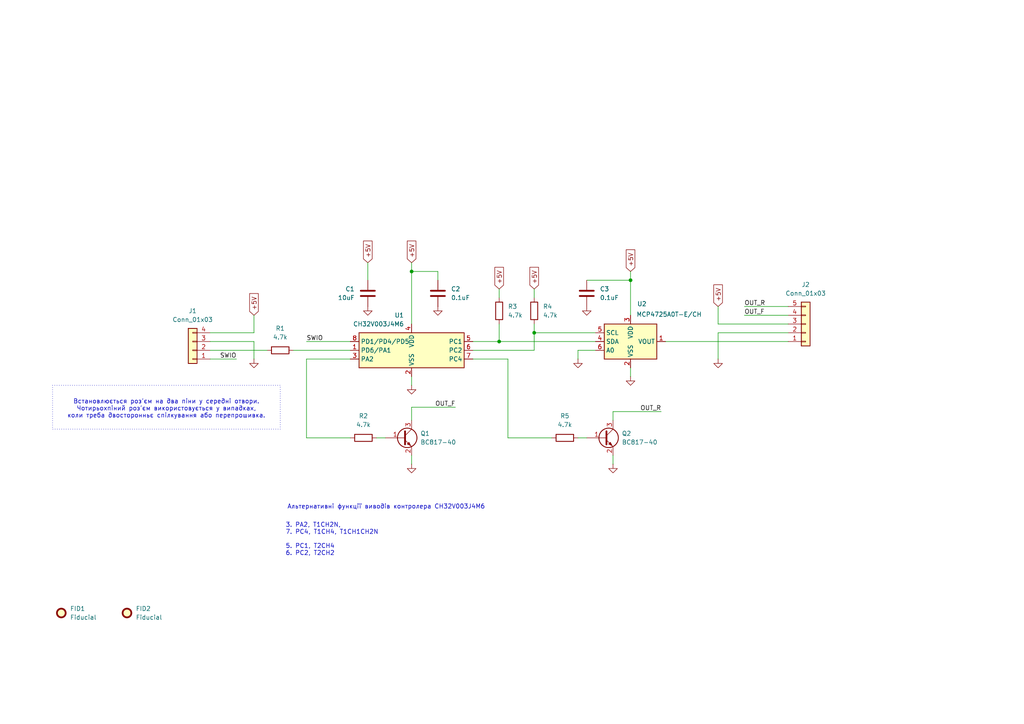
<source format=kicad_sch>
(kicad_sch (version 20231120) (generator "eeschema") (generator_version "8.0")
  (paper "A4")
  (lib_symbols
    (symbol "Analog_DAC:MCP4725xxx-xCH"
      (property "Reference" "U" (at -6.35 6.35 0))
      (property "Value" "MCP4725xxx-xCH" (at 8.89 6.35 0))
      (symbol "MCP4725xxx-xCH_0_1"
        (rectangle (start -7.62 5.08) (end 7.62 -5.08) (stroke (width 0.254)) (fill (type background)))
      )
      (symbol "MCP4725xxx-xCH_1_1"
        (pin output line (at 10.16 0 180) (length 2.54) (name "VOUT") (number "1"))
        (pin power_in line (at 0 -7.62 90) (length 2.54) (name "VSS") (number "2"))
        (pin power_in line (at 0 7.62 270) (length 2.54) (name "VDD") (number "3"))
        (pin bidirectional line (at -10.16 0 0) (length 2.54) (name "SDA") (number "4"))
        (pin input line (at -10.16 2.54 0) (length 2.54) (name "SCL") (number "5"))
        (pin input line (at -10.16 -2.54 0) (length 2.54) (name "A0") (number "6"))
      )
    )
    (symbol "Connector_Generic:Conn_01x04" (pin_names (offset 1.016) hide)
      (property "Reference" "J" (at 0 5.08 0))
      (property "Value" "Conn_01x04" (at 0 -7.62 0))
      (symbol "Conn_01x04_1_1"
        (rectangle (start -1.27 -4.953) (end 0 -5.207) (stroke (width 0.1524)))
        (rectangle (start -1.27 -2.413) (end 0 -2.667) (stroke (width 0.1524)))
        (rectangle (start -1.27 0.127) (end 0 -0.127) (stroke (width 0.1524)))
        (rectangle (start -1.27 2.667) (end 0 2.413) (stroke (width 0.1524)))
        (rectangle (start -1.27 3.81) (end 1.27 -6.35) (stroke (width 0.254)) (fill (type background)))
        (pin passive line (at -5.08 2.54 0) (length 3.81) (name "Pin_1") (number "1"))
        (pin passive line (at -5.08 0 0) (length 3.81) (name "Pin_2") (number "2"))
        (pin passive line (at -5.08 -2.54 0) (length 3.81) (name "Pin_3") (number "3"))
        (pin passive line (at -5.08 -5.08 0) (length 3.81) (name "Pin_4") (number "4"))
      )
    )
    (symbol "Connector_Generic:Conn_01x05" (pin_names (offset 1.016) hide)
      (property "Reference" "J" (at 0 7.62 0))
      (property "Value" "Conn_01x05" (at 0 -7.62 0))
      (symbol "Conn_01x05_1_1"
        (rectangle (start -1.27 -4.953) (end 0 -5.207) (stroke (width 0.1524)))
        (rectangle (start -1.27 -2.413) (end 0 -2.667) (stroke (width 0.1524)))
        (rectangle (start -1.27 0.127) (end 0 -0.127) (stroke (width 0.1524)))
        (rectangle (start -1.27 2.667) (end 0 2.413) (stroke (width 0.1524)))
        (rectangle (start -1.27 5.207) (end 0 4.953) (stroke (width 0.1524)))
        (rectangle (start -1.27 6.35) (end 1.27 -6.35) (stroke (width 0.254)) (fill (type background)))
        (pin passive line (at -5.08 5.08 0) (length 3.81) (name "Pin_1") (number "1"))
        (pin passive line (at -5.08 2.54 0) (length 3.81) (name "Pin_2") (number "2"))
        (pin passive line (at -5.08 0 0) (length 3.81) (name "Pin_3") (number "3"))
        (pin passive line (at -5.08 -2.54 0) (length 3.81) (name "Pin_4") (number "4"))
        (pin passive line (at -5.08 -5.08 0) (length 3.81) (name "Pin_5") (number "5"))
      )
    )
    (symbol "Device:C" (pin_numbers hide) (pin_names (offset 0.254))
      (property "Reference" "C" (at 0.635 2.54 0))
      (property "Value" "C" (at 0.635 -2.54 0))
      (symbol "C_0_1"
        (polyline (pts (xy -2.032 -0.762) (xy 2.032 -0.762)) (stroke (width 0.508)))
        (polyline (pts (xy -2.032 0.762) (xy 2.032 0.762)) (stroke (width 0.508)))
      )
      (symbol "C_1_1"
        (pin passive line (at 0 3.81 270) (length 2.794) (name "~") (number "1"))
        (pin passive line (at 0 -3.81 90) (length 2.794) (name "~") (number "2"))
      )
    )
    (symbol "Device:Q_NPN_BEC" (pin_names (offset 0) hide)
      (property "Reference" "Q" (at 5.08 1.27 0))
      (property "Value" "Q_NPN_BEC" (at 5.08 -1.27 0))
      (symbol "Q_NPN_BEC_0_1"
        (polyline (pts (xy 0.635 0.635) (xy 2.54 2.54)))
        (polyline (pts (xy 0.635 -0.635) (xy 2.54 -2.54) (xy 2.54 -2.54)))
        (polyline (pts (xy 0.635 1.905) (xy 0.635 -1.905) (xy 0.635 -1.905)) (stroke (width 0.508)))
        (polyline (pts (xy 1.27 -1.778) (xy 1.778 -1.27) (xy 2.286 -2.286) (xy 1.27 -1.778) (xy 1.27 -1.778)) (fill (type outline)))
        (circle (center 1.27 0) (radius 2.8194) (stroke (width 0.254)))
      )
      (symbol "Q_NPN_BEC_1_1"
        (pin input line (at -5.08 0 0) (length 5.715) (name "B") (number "1"))
        (pin passive line (at 2.54 -5.08 90) (length 2.54) (name "E") (number "2"))
        (pin passive line (at 2.54 5.08 270) (length 2.54) (name "C") (number "3"))
      )
    )
    (symbol "Device:R" (pin_numbers hide) (pin_names (offset 0))
      (property "Reference" "R" (at 2.032 0 90))
      (property "Value" "R" (at 0 0 90))
      (symbol "R_0_1"
        (rectangle (start -1.016 -2.54) (end 1.016 2.54) (stroke (width 0.254)))
      )
      (symbol "R_1_1"
        (pin passive line (at 0 3.81 270) (length 1.27) (name "~") (number "1"))
        (pin passive line (at 0 -3.81 90) (length 1.27) (name "~") (number "2"))
      )
    )
    (symbol "MCU_WCH_CH32V0:CH32V003JxMx"
      (property "Reference" "U" (at -15.24 7.62 0))
      (property "Value" "CH32V003JxMx" (at 15.24 7.62 0))
      (symbol "CH32V003JxMx_1_1"
        (rectangle (start -15.24 5.08) (end 15.24 -5.08) (stroke (width 0.254)) (fill (type background)))
        (pin bidirectional line (at 17.78 0 180) (length 2.54) (name "PD6/PA1") (number "1"))
        (pin power_in line (at 0 -7.62 90) (length 2.54) (name "VSS") (number "2"))
        (pin bidirectional line (at 17.78 -2.54 180) (length 2.54) (name "PA2") (number "3"))
        (pin power_in line (at 0 7.62 270) (length 2.54) (name "VDD") (number "4"))
        (pin bidirectional line (at -17.78 2.54 0) (length 2.54) (name "PC1") (number "5"))
        (pin bidirectional line (at -17.78 0 0) (length 2.54) (name "PC2") (number "6"))
        (pin bidirectional line (at -17.78 -2.54 0) (length 2.54) (name "PC4") (number "7"))
        (pin bidirectional line (at 17.78 2.54 180) (length 2.54) (name "PD1/PD4/PD5") (number "8"))
      )
    )
    (symbol "Mechanical:Fiducial" (exclude_from_sim yes) (in_bom no)
      (property "Reference" "FID" (at 0 5.08 0))
      (property "Value" "Fiducial" (at 0 3.175 0))
      (symbol "Fiducial_0_1"
        (circle (center 0 0) (radius 1.27) (stroke (width 0.508)) (fill (type background)))
      )
    )
    (symbol "power:GND" (power) (pin_numbers hide) (pin_names (offset 0) hide)
      (property "Value" "GND" (at 0 -3.81 0))
      (symbol "GND_0_1"
        (polyline (pts (xy 0 0) (xy 0 -1.27) (xy 1.27 -1.27) (xy 0 -2.54) (xy -1.27 -1.27) (xy 0 -1.27)))
      )
      (symbol "GND_1_1"
        (pin power_in line (at 0 0 270) (length 0) (name "~") (number "1"))
      )
    )
  )
  (junction (at 119.38 78.74))
  (junction (at 144.78 99.06))
  (junction (at 182.88 81.28))
  (junction (at 154.94 96.52))
  (wire (pts (xy 170.18 81.28) (xy 182.88 81.28)))
  (wire (pts (xy 147.32 104.14) (xy 147.32 127)))
  (wire (pts (xy 208.28 88.9) (xy 208.28 93.98)))
  (wire (pts (xy 127 78.74) (xy 119.38 78.74)))
  (wire (pts (xy 137.16 101.6) (xy 154.94 101.6)))
  (wire (pts (xy 73.66 91.44) (xy 73.66 96.52)))
  (wire (pts (xy 144.78 83.82) (xy 144.78 86.36)))
  (wire (pts (xy 119.38 121.92) (xy 119.38 118.11)))
  (wire (pts (xy 208.28 96.52) (xy 208.28 104.14)))
  (wire (pts (xy 193.04 99.06) (xy 228.6 99.06)))
  (wire (pts (xy 208.28 96.52) (xy 228.6 96.52)))
  (wire (pts (xy 154.94 101.6) (xy 154.94 96.52)))
  (wire (pts (xy 88.9 99.06) (xy 101.6 99.06)))
  (wire (pts (xy 119.38 76.2) (xy 119.38 78.74)))
  (wire (pts (xy 154.94 83.82) (xy 154.94 86.36)))
  (wire (pts (xy 177.8 119.38) (xy 191.77 119.38)))
  (wire (pts (xy 137.16 99.06) (xy 144.78 99.06)))
  (wire (pts (xy 182.88 78.74) (xy 182.88 81.28)))
  (wire (pts (xy 147.32 127) (xy 160.02 127)))
  (wire (pts (xy 73.66 96.52) (xy 60.96 96.52)))
  (wire (pts (xy 106.68 76.2) (xy 106.68 81.28)))
  (wire (pts (xy 119.38 78.74) (xy 119.38 93.98)))
  (wire (pts (xy 215.9 88.9) (xy 228.6 88.9)))
  (wire (pts (xy 144.78 93.98) (xy 144.78 99.06)))
  (wire (pts (xy 167.64 101.6) (xy 172.72 101.6)))
  (wire (pts (xy 88.9 104.14) (xy 101.6 104.14)))
  (wire (pts (xy 85.09 101.6) (xy 101.6 101.6)))
  (wire (pts (xy 154.94 96.52) (xy 172.72 96.52)))
  (wire (pts (xy 119.38 118.11) (xy 132.08 118.11)))
  (wire (pts (xy 215.9 91.44) (xy 228.6 91.44)))
  (wire (pts (xy 208.28 93.98) (xy 228.6 93.98)))
  (wire (pts (xy 119.38 132.08) (xy 119.38 134.62)))
  (wire (pts (xy 119.38 109.22) (xy 119.38 111.76)))
  (wire (pts (xy 109.22 127) (xy 111.76 127)))
  (wire (pts (xy 60.96 99.06) (xy 73.66 99.06)))
  (wire (pts (xy 182.88 81.28) (xy 182.88 91.44)))
  (wire (pts (xy 88.9 104.14) (xy 88.9 127)))
  (wire (pts (xy 167.64 127) (xy 170.18 127)))
  (wire (pts (xy 144.78 99.06) (xy 172.72 99.06)))
  (wire (pts (xy 177.8 132.08) (xy 177.8 134.62)))
  (wire (pts (xy 60.96 104.14) (xy 68.58 104.14)))
  (wire (pts (xy 127 81.28) (xy 127 78.74)))
  (wire (pts (xy 137.16 104.14) (xy 147.32 104.14)))
  (wire (pts (xy 154.94 93.98) (xy 154.94 96.52)))
  (wire (pts (xy 73.66 99.06) (xy 73.66 104.14)))
  (wire (pts (xy 167.64 101.6) (xy 167.64 104.14)))
  (wire (pts (xy 88.9 127) (xy 101.6 127)))
  (wire (pts (xy 182.88 106.68) (xy 182.88 109.22)))
  (wire (pts (xy 177.8 121.92) (xy 177.8 119.38)))
  (wire (pts (xy 60.96 101.6) (xy 77.47 101.6)))
  (rectangle (start 15.24 111.76) (end 81.28 124.46) (stroke (width 0) (type dot)))
  (text "3. PA2, T1CH2N, \n7. PC4, T1CH4, T1CH1CH2N\n\n5. PC1, T2CH4\n6. PC2, T2CH2" (at 82.804 156.464 0) (effects (font (size 1.27 1.27)) (justify left)))
  (text "Альтернативні функції виводів контролера CH32V003J4M6" (at 112.014 147.066 0) (effects (font (size 1.27 1.27))))
  (text "Встановлюється роз'єм на два піни у середні отвори.\nЧотирьохпіний роз'єм використовується у випадках,\nколи треба двосторонньє спілкування або перепрошивка." (at 48.26 118.618 0) (effects (font (size 1.27 1.27))))
  (label "OUT_R" (at 215.9 88.9 0))
  (label "SWIO" (at 68.58 104.14 180))
  (label "OUT_F" (at 132.08 118.11 180))
  (label "OUT_R" (at 191.77 119.38 180))
  (label "OUT_F" (at 215.9 91.44 0))
  (label "SWIO" (at 88.9 99.06 0))
  (global_label "+5V" (shape input) (at 73.66 91.44 90) (property "Intersheetrefs" "${INTERSHEET_REFS}" (effects (hide yes))))
  (global_label "+5V" (shape input) (at 144.78 83.82 90) (property "Intersheetrefs" "${INTERSHEET_REFS}" (effects (hide yes))))
  (global_label "+5V" (shape input) (at 106.68 76.2 90) (property "Intersheetrefs" "${INTERSHEET_REFS}" (effects (hide yes))))
  (global_label "+5V" (shape input) (at 154.94 83.82 90) (property "Intersheetrefs" "${INTERSHEET_REFS}" (effects (hide yes))))
  (global_label "+5V" (shape input) (at 208.28 88.9 90) (property "Intersheetrefs" "${INTERSHEET_REFS}" (effects (hide yes))))
  (global_label "+5V" (shape input) (at 182.88 78.74 90) (property "Intersheetrefs" "${INTERSHEET_REFS}" (effects (hide yes))))
  (global_label "+5V" (shape input) (at 119.38 76.2 90) (property "Intersheetrefs" "${INTERSHEET_REFS}" (effects (hide yes))))
  (symbol (lib_id "power:GND") (at 167.64 104.14 0) (unit 1)
    (property "Reference" "#PWR06" (effects (hide yes)))
    (property "Value" "GND" (effects (hide yes)))
    (property "Description" "Power symbol creates a global label with name \"GND\" , ground" (effects (hide yes)))
  )
  (symbol (lib_id "Device:R") (at 81.28 101.6 90) (unit 1)
    (property "Reference" "R1" (at 81.28 95.25 90))
    (property "Value" "4.7k" (at 81.28 97.79 90))
    (property "Footprint" "Resistor_SMD:R_0603_1608Metric" (effects (hide yes)))
    (property "Description" "Resistor" (effects (hide yes)))
  )
  (symbol (lib_id "MCU_WCH_CH32V0:CH32V003JxMx") (at 119.38 101.6 0) (mirror y) (unit 1)
    (property "Reference" "U1" (at 117.1859 91.44 0) (effects (justify left)))
    (property "Value" "CH32V003J4M6" (at 117.1859 93.98 0) (effects (justify left)))
    (property "Footprint" "Package_SO:SOP-8_3.9x4.9mm_P1.27mm" (effects (hide yes)))
    (property "Datasheet" "https://www.wch-ic.com/products/CH32V003.html" (effects (hide yes)))
    (property "Description" "CH32V003 series are industrial-grade general-purpose microcontrollers designed based on 32-bit RISC-V instruction set and architecture. It adopts QingKe V2A core, RV32EC instruction set, and supports 2 levels of interrupt nesting. The series are mounted with rich peripheral interfaces and function modules. Its internal organizational structure meets the low-cost and low-power embedded application scenarios." (effects (hide yes)))
  )
  (symbol (lib_id "power:GND") (at 177.8 134.62 0) (unit 1)
    (property "Reference" "#PWR08" (effects (hide yes)))
    (property "Value" "GND" (effects (hide yes)))
    (property "Description" "Power symbol creates a global label with name \"GND\" , ground" (effects (hide yes)))
  )
  (symbol (lib_id "Connector_Generic:Conn_01x04") (at 55.88 101.6 180) (unit 1)
    (property "Reference" "J1" (at 55.88 90.17 0))
    (property "Value" "Conn_01x03" (at 55.88 92.71 0))
    (property "Footprint" "Connector_JST:JST_XH_S4B-XH-A-1_1x04_P2.50mm_Horizontal" (effects (hide yes)))
    (property "Description" "Generic connector, single row, 01x04, script generated (kicad-library-utils/schlib/autogen/connector/)" (effects (hide yes)))
  )
  (symbol (lib_id "Device:Q_NPN_BEC") (at 116.84 127 0) (unit 1)
    (property "Reference" "Q1" (at 121.92 125.7299 0) (effects (justify left)))
    (property "Value" "BC817-40" (at 121.92 128.2699 0) (effects (justify left)))
    (property "Footprint" "Package_TO_SOT_SMD:SOT-23" (effects (hide yes)))
    (property "Description" "NPN transistor, base/emitter/collector" (effects (hide yes)))
  )
  (symbol (lib_id "Device:R") (at 144.78 90.17 180) (unit 1)
    (property "Reference" "R3" (at 147.32 88.8999 0) (effects (justify right)))
    (property "Value" "4.7k" (at 147.32 91.4399 0) (effects (justify right)))
    (property "Footprint" "Resistor_SMD:R_0603_1608Metric" (effects (hide yes)))
    (property "Description" "Resistor" (effects (hide yes)))
  )
  (symbol (lib_id "Device:R") (at 105.41 127 90) (unit 1)
    (property "Reference" "R2" (at 105.41 120.65 90))
    (property "Value" "4.7k" (at 105.41 123.19 90))
    (property "Footprint" "Resistor_SMD:R_0603_1608Metric" (effects (hide yes)))
    (property "Description" "Resistor" (effects (hide yes)))
  )
  (symbol (lib_id "Device:R") (at 154.94 90.17 180) (unit 1)
    (property "Reference" "R4" (at 157.48 88.8999 0) (effects (justify right)))
    (property "Value" "4.7k" (at 157.48 91.4399 0) (effects (justify right)))
    (property "Footprint" "Resistor_SMD:R_0603_1608Metric" (effects (hide yes)))
    (property "Description" "Resistor" (effects (hide yes)))
  )
  (symbol (lib_id "Mechanical:Fiducial") (at 17.78 177.8 0) (unit 1) (exclude_from_sim yes) (in_bom no)
    (property "Reference" "FID1" (at 20.32 176.5299 0) (effects (justify left)))
    (property "Value" "Fiducial" (at 20.32 179.0699 0) (effects (justify left)))
    (property "Footprint" "Fiducial:Fiducial_1mm_Mask2mm" (effects (hide yes)))
    (property "Description" "Fiducial Marker" (effects (hide yes)))
  )
  (symbol (lib_id "Connector_Generic:Conn_01x05") (at 233.68 93.98 0) (mirror x) (unit 1)
    (property "Reference" "J2" (at 233.68 82.55 0))
    (property "Value" "Conn_01x03" (at 233.68 85.09 0))
    (property "Footprint" "Connector_JST:JST_XH_S5B-XH-A-1_1x05_P2.50mm_Horizontal" (effects (hide yes)))
    (property "Description" "Generic connector, single row, 01x05, script generated (kicad-library-utils/schlib/autogen/connector/)" (effects (hide yes)))
  )
  (symbol (lib_id "power:GND") (at 170.18 88.9 0) (unit 1)
    (property "Reference" "#PWR07" (effects (hide yes)))
    (property "Value" "GND" (effects (hide yes)))
    (property "Description" "Power symbol creates a global label with name \"GND\" , ground" (effects (hide yes)))
  )
  (symbol (lib_id "Device:C") (at 106.68 85.09 0) (mirror y) (unit 1)
    (property "Reference" "C1" (at 102.87 83.8199 0) (effects (justify left)))
    (property "Value" "10uF" (at 102.87 86.3599 0) (effects (justify left)))
    (property "Footprint" "Capacitor_SMD:C_0805_2012Metric" (effects (hide yes)))
    (property "Description" "Unpolarized capacitor" (effects (hide yes)))
  )
  (symbol (lib_id "power:GND") (at 127 88.9 0) (mirror y) (unit 1)
    (property "Reference" "#PWR05" (effects (hide yes)))
    (property "Value" "GND" (effects (hide yes)))
    (property "Description" "Power symbol creates a global label with name \"GND\" , ground" (effects (hide yes)))
  )
  (symbol (lib_id "power:GND") (at 182.88 109.22 0) (unit 1)
    (property "Reference" "#PWR09" (effects (hide yes)))
    (property "Value" "GND" (effects (hide yes)))
    (property "Description" "Power symbol creates a global label with name \"GND\" , ground" (effects (hide yes)))
  )
  (symbol (lib_id "power:GND") (at 119.38 111.76 0) (mirror y) (unit 1)
    (property "Reference" "#PWR03" (effects (hide yes)))
    (property "Value" "GND" (effects (hide yes)))
    (property "Description" "Power symbol creates a global label with name \"GND\" , ground" (effects (hide yes)))
  )
  (symbol (lib_id "Device:R") (at 163.83 127 90) (unit 1)
    (property "Reference" "R5" (at 163.83 120.65 90))
    (property "Value" "4.7k" (at 163.83 123.19 90))
    (property "Footprint" "Resistor_SMD:R_0603_1608Metric" (effects (hide yes)))
    (property "Description" "Resistor" (effects (hide yes)))
  )
  (symbol (lib_id "power:GND") (at 106.68 88.9 0) (unit 1)
    (property "Reference" "#PWR02" (effects (hide yes)))
    (property "Value" "GND" (effects (hide yes)))
    (property "Description" "Power symbol creates a global label with name \"GND\" , ground" (effects (hide yes)))
  )
  (symbol (lib_id "power:GND") (at 73.66 104.14 0) (mirror y) (unit 1)
    (property "Reference" "#PWR01" (effects (hide yes)))
    (property "Value" "GND" (effects (hide yes)))
    (property "Description" "Power symbol creates a global label with name \"GND\" , ground" (effects (hide yes)))
  )
  (symbol (lib_id "Device:C") (at 127 85.09 0) (unit 1)
    (property "Reference" "C2" (at 130.81 83.8199 0) (effects (justify left)))
    (property "Value" "0.1uF" (at 130.81 86.3599 0) (effects (justify left)))
    (property "Footprint" "Capacitor_SMD:C_0603_1608Metric" (effects (hide yes)))
    (property "Description" "Unpolarized capacitor" (effects (hide yes)))
  )
  (symbol (lib_id "power:GND") (at 119.38 134.62 0) (unit 1)
    (property "Reference" "#PWR04" (effects (hide yes)))
    (property "Value" "GND" (effects (hide yes)))
    (property "Description" "Power symbol creates a global label with name \"GND\" , ground" (effects (hide yes)))
  )
  (symbol (lib_id "Device:C") (at 170.18 85.09 0) (unit 1)
    (property "Reference" "C3" (at 173.99 83.8199 0) (effects (justify left)))
    (property "Value" "0.1uF" (at 173.99 86.3599 0) (effects (justify left)))
    (property "Footprint" "Capacitor_SMD:C_0603_1608Metric" (effects (hide yes)))
    (property "Description" "Unpolarized capacitor" (effects (hide yes)))
  )
  (symbol (lib_id "Mechanical:Fiducial") (at 36.83 177.8 0) (unit 1) (exclude_from_sim yes) (in_bom no)
    (property "Reference" "FID2" (at 39.37 176.5299 0) (effects (justify left)))
    (property "Value" "Fiducial" (at 39.37 179.0699 0) (effects (justify left)))
    (property "Footprint" "Fiducial:Fiducial_1mm_Mask2mm" (effects (hide yes)))
    (property "Description" "Fiducial Marker" (effects (hide yes)))
  )
  (symbol (lib_id "power:GND") (at 208.28 104.14 0) (unit 1)
    (property "Reference" "#PWR010" (effects (hide yes)))
    (property "Value" "GND" (effects (hide yes)))
    (property "Description" "Power symbol creates a global label with name \"GND\" , ground" (effects (hide yes)))
  )
  (symbol (lib_id "Analog_DAC:MCP4725xxx-xCH") (at 182.88 99.06 0) (unit 1)
    (property "Reference" "U2" (at 186.182 88.138 0))
    (property "Value" "MCP4725A0T-E/CH" (at 194.056 91.186 0))
    (property "Footprint" "Package_TO_SOT_SMD:SOT-23-6" (effects (hide yes)))
    (property "Datasheet" "http://ww1.microchip.com/downloads/en/DeviceDoc/22039d.pdf" (effects (hide yes)))
    (property "Description" "12-bit Digital-to-Analog Converter, integrated EEPROM, I2C interface, SOT-23-6" (effects (hide yes)))
  )
  (symbol (lib_id "Device:Q_NPN_BEC") (at 175.26 127 0) (unit 1)
    (property "Reference" "Q2" (at 180.34 125.7299 0) (effects (justify left)))
    (property "Value" "BC817-40" (at 180.34 128.2699 0) (effects (justify left)))
    (property "Footprint" "Package_TO_SOT_SMD:SOT-23" (effects (hide yes)))
    (property "Description" "NPN transistor, base/emitter/collector" (effects (hide yes)))
  )
)
</source>
